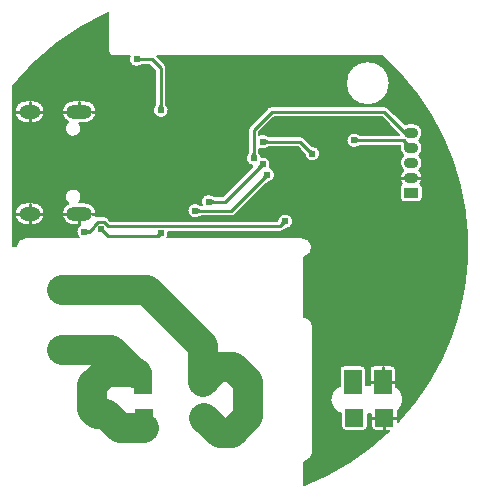
<source format=gbl>
G04 Layer: BottomLayer*
G04 EasyEDA Pro v2.2.32.3, 2024-10-30 17:40:40*
G04 Gerber Generator version 0.3*
G04 Scale: 100 percent, Rotated: No, Reflected: No*
G04 Dimensions in millimeters*
G04 Leading zeros omitted, absolute positions, 3 integers and 5 decimals*
%FSLAX35Y35*%
%MOMM*%
%ADD10C,0.2032*%
%ADD11C,0.254*%
%ADD12R,1.5X2.0*%
%ADD13C,2.0*%
%ADD14R,1.2X0.9*%
%ADD15O,1.2X0.9*%
%ADD16O,1.8X1.2*%
%ADD17O,2.2X1.2*%
%ADD18R,1.524X1.524*%
%ADD19C,0.6103*%
%ADD20C,0.61*%
%ADD21C,2.54*%
G75*


G04 Copper Start*
G36*
G01X-1685686Y4064D02*
G01X-1685686Y1357263D01*
G02X-876341Y1978820I1685686J-1357263D01*
G01X-876341Y1651000D01*
G03X-840527Y1615186I35814J0D01*
G01X-695258Y1615186D01*
G03X-674888Y1534524I60258J-27686D01*
G03X-591738Y1537241I39888J52976D01*
G01X-589537Y1538986D01*
G01X-528095Y1538986D01*
G01X-480314Y1491205D01*
G01X-480314Y1201163D01*
G01X-482059Y1198962D01*
G03X-431800Y1089386I50259J-43262D01*
G03X-381541Y1198962I0J66314D01*
G01X-383286Y1201163D01*
G01X-383286Y1511300D01*
G03X-397495Y1545605I-48514J0D01*
G01X-467077Y1615186D01*
G01X1440443Y1615186D01*
G02X2162161Y93591I-1440443J-1615186D01*
G02X1574622Y-1484677I-2162161J-93591D01*
G01X1574622Y-1393444D01*
G03X1557522Y-1182158I-80787J99796D01*
G01X1557522Y-1041248D01*
G03X1521708Y-1005434I-35814J0D01*
G01X1371708Y-1005434D01*
G03X1335894Y-1041248I0J-35814D01*
G01X1335894Y-1167835D01*
G01X1303522Y-1167835D01*
G01X1303522Y-1041248D01*
G03X1267708Y-1005434I-35814J0D01*
G01X1117708Y-1005434D01*
G03X1081894Y-1041248I0J-35814D01*
G01X1081894Y-1177069D01*
G03X1096594Y-1415161I47314J-116578D01*
G01X1096594Y-1522247D01*
G03X1132408Y-1558061I35814J0D01*
G01X1284808Y-1558061D01*
G03X1320622Y-1522247I0J35814D01*
G01X1320622Y-1419460D01*
G01X1350594Y-1419460D01*
G01X1350594Y-1522247D01*
G03X1386408Y-1558061I35814J0D01*
G01X1502047Y-1558061D01*
G02X785114Y-2016754I-1502047J1558061D01*
G01X785114Y-1819530D01*
G03X838956Y-1791229I-10414J85180D01*
G03X860514Y-1734350I-64256J56879D01*
G01X860514Y-678650D01*
G03X785114Y-593470I-85814J0D01*
G01X785114Y-89588D01*
G03X849414Y4163I-20867J83238D01*
G03X764247Y79464I-85168J-10513D01*
G01X-375373Y79464D01*
G03X-366227Y124186I-56427J34836D01*
G01X579100Y124186D01*
G03X613405Y138396I0J48514D01*
G01X624458Y149448D01*
G01X627253Y149771D01*
G03X669319Y262663I-4953J66129D01*
G03X556199Y221214I-47019J-46763D01*
G01X-857415Y221214D01*
G01X-881305Y245105D01*
G03X-915610Y259314I-34305J-34305D01*
G01X-963990Y259314D01*
G03X-980447Y256438I0J-48514D01*
G03X-1073518Y375011I-93072J22759D01*
G01X-1120729Y375011D01*
G03X-1180769Y492643I-52802J47188D01*
G03X-1215633Y365259I7239J-70444D01*
G03X-1173518Y183383I42115J-86062D01*
G01X-1114407Y183383D01*
G03X-1145423Y134187I34907J-56383D01*
G03X-1125737Y79464I65923J-7187D01*
G01X-1574153Y79464D01*
G03X-1659333Y4064I0J-85814D01*
G01X-1685686Y4064D01*
G37*
%LPC*%
G36*
G01X-1511526Y375011D02*
G01X-1571526Y375011D01*
G03X-1571526Y183383I0J-95814D01*
G01X-1511526Y183383D01*
G03X-1511526Y375011I0J95814D01*
G37*
G36*
G01X-1511526Y1239017D02*
G01X-1571526Y1239017D01*
G03X-1571526Y1047389I0J-95814D01*
G01X-1511526Y1047389D01*
G03X-1511526Y1239017I0J95814D01*
G37*
G36*
G01X-1180769Y929757D02*
G03X-1120729Y1047389I7239J70444D01*
G01X-1073518Y1047389D01*
G03X-1073518Y1239017I0J95814D01*
G01X-1173518Y1239017D01*
G03X-1215633Y1057141I0J-95814D01*
G03X-1180769Y929757I42102J-56940D01*
G37*
G36*
G01X477263Y937514D02*
G01X475062Y939259D01*
G03X404114Y949258I-43262J-50259D01*
G01X404114Y970505D01*
G01X528095Y1094486D01*
G01X1440405Y1094486D01*
G01X1584677Y950214D01*
G01X1251963Y950214D01*
G01X1249758Y951962D01*
G03X1140186Y901700I-43258J-50262D01*
G03X1249758Y851438I66314J0D01*
G01X1251963Y853186D01*
G01X1594682Y853186D01*
G03X1624106Y774692I79411J-14994D01*
G03X1624106Y647692I49986J-63500D01*
G03X1611325Y533289I49986J-63500D01*
G03X1593279Y502192I17767J-31096D01*
G01X1593279Y412192D01*
G03X1629093Y376378I35814J0D01*
G01X1749092Y376378D01*
G03X1784906Y412192I0J35814D01*
G01X1784906Y502192D01*
G03X1766859Y533289I-35814J0D01*
G03X1754079Y647692I-62767J50904D01*
G03X1754079Y774692I-49986J63500D01*
G03X1754079Y901692I-49986J63500D01*
G03X1704092Y1046006I-49986J63500D01*
G01X1674092Y1046006D01*
G03X1635768Y1036341I0J-80814D01*
G01X1494805Y1177305D01*
G03X1460500Y1191514I-34305J-34305D01*
G01X508000Y1191514D01*
G03X473695Y1177305I0J-48514D01*
G01X321295Y1024905D01*
G03X307086Y990600I34305J-34305D01*
G01X307086Y794763D01*
G01X305341Y792562D01*
G03X348102Y683411I50259J-43262D01*
G01X94205Y429514D01*
G01X20063Y429514D01*
G01X17858Y431262D01*
G03X-65290Y433975I-43258J-50262D01*
G03X-85658Y353314I39890J-52975D01*
G01X-94237Y353314D01*
G01X-96438Y355059D01*
G03X-206014Y304800I-43262J-50259D01*
G03X-96438Y254541I66314J0D01*
G01X-94237Y256286D01*
G01X165100Y256286D01*
G03X199405Y270495I0J48514D01*
G01X472058Y543148D01*
G01X474848Y543471D01*
G03X535593Y600544I-4948J66129D01*
G03X492556Y671924I-65693J9056D01*
G03X483930Y739489I-60756J26576D01*
G03X420307Y763811I-52130J-40989D01*
G03X405859Y792562I-64707J-14511D01*
G01X404114Y794763D01*
G01X404114Y828742D01*
G03X475062Y838741I27686J60258D01*
G01X477263Y840486D01*
G01X729205Y840486D01*
G01X784448Y785242D01*
G01X784771Y782447D01*
G03X897791Y740509I66129J4953D01*
G03X855853Y853529I-46891J46891D01*
G01X853058Y853852D01*
G01X783605Y923305D01*
G03X749300Y937514I-34305J-34305D01*
G01X477263Y937514D01*
G37*
G36*
G01X1506614Y1384300D02*
G03X1134986Y1384300I-185814J0D01*
G03X1506614Y1384300I185814J0D01*
G37*
%LPD*%
G54D10*
G01X-1685686Y4064D02*
G01X-1685686Y1357263D01*
G02X-876341Y1978820I1685686J-1357263D01*
G01X-876341Y1651000D01*
G03X-840527Y1615186I35814J0D01*
G01X-695258Y1615186D01*
G03X-674888Y1534524I60258J-27686D01*
G03X-591738Y1537241I39888J52976D01*
G01X-589537Y1538986D01*
G01X-528095Y1538986D01*
G01X-480314Y1491205D01*
G01X-480314Y1201163D01*
G01X-482059Y1198962D01*
G03X-431800Y1089386I50259J-43262D01*
G03X-381541Y1198962I0J66314D01*
G01X-383286Y1201163D01*
G01X-383286Y1511300D01*
G03X-397495Y1545605I-48514J0D01*
G01X-467077Y1615186D01*
G01X1440443Y1615186D01*
G02X2162161Y93591I-1440443J-1615186D01*
G02X1574622Y-1484677I-2162161J-93591D01*
G01X1574622Y-1393444D01*
G03X1557522Y-1182158I-80787J99796D01*
G01X1557522Y-1041248D01*
G03X1521708Y-1005434I-35814J0D01*
G01X1371708Y-1005434D01*
G03X1335894Y-1041248I0J-35814D01*
G01X1335894Y-1167835D01*
G01X1303522Y-1167835D01*
G01X1303522Y-1041248D01*
G03X1267708Y-1005434I-35814J0D01*
G01X1117708Y-1005434D01*
G03X1081894Y-1041248I0J-35814D01*
G01X1081894Y-1177069D01*
G03X1096594Y-1415161I47314J-116578D01*
G01X1096594Y-1522247D01*
G03X1132408Y-1558061I35814J0D01*
G01X1284808Y-1558061D01*
G03X1320622Y-1522247I0J35814D01*
G01X1320622Y-1419460D01*
G01X1350594Y-1419460D01*
G01X1350594Y-1522247D01*
G03X1386408Y-1558061I35814J0D01*
G01X1502047Y-1558061D01*
G02X785114Y-2016754I-1502047J1558061D01*
G01X785114Y-1819530D01*
G03X838956Y-1791229I-10414J85180D01*
G03X860514Y-1734350I-64256J56879D01*
G01X860514Y-678650D01*
G03X785114Y-593470I-85814J0D01*
G01X785114Y-89588D01*
G03X849414Y4163I-20867J83238D01*
G03X764247Y79464I-85168J-10513D01*
G01X-375373Y79464D01*
G03X-366227Y124186I-56427J34836D01*
G01X579100Y124186D01*
G03X613405Y138396I0J48514D01*
G01X624458Y149448D01*
G01X627253Y149771D01*
G03X669319Y262663I-4953J66129D01*
G03X556199Y221214I-47019J-46763D01*
G01X-857415Y221214D01*
G01X-881305Y245105D01*
G03X-915610Y259314I-34305J-34305D01*
G01X-963990Y259314D01*
G03X-980447Y256438I0J-48514D01*
G03X-1073518Y375011I-93072J22759D01*
G01X-1120729Y375011D01*
G03X-1180769Y492643I-52802J47188D01*
G03X-1215633Y365259I7239J-70444D01*
G03X-1173518Y183383I42115J-86062D01*
G01X-1114407Y183383D01*
G03X-1145423Y134187I34907J-56383D01*
G03X-1125737Y79464I65923J-7187D01*
G01X-1574153Y79464D01*
G03X-1659333Y4064I0J-85814D01*
G01X-1685686Y4064D01*
G01X-1511526Y375011D02*
G01X-1571526Y375011D01*
G03X-1571526Y183383I0J-95814D01*
G01X-1511526Y183383D01*
G03X-1511526Y375011I0J95814D01*
G01X-1511526Y1239017D02*
G01X-1571526Y1239017D01*
G03X-1571526Y1047389I0J-95814D01*
G01X-1511526Y1047389D01*
G03X-1511526Y1239017I0J95814D01*
G01X-1180769Y929757D02*
G03X-1120729Y1047389I7239J70444D01*
G01X-1073518Y1047389D01*
G03X-1073518Y1239017I0J95814D01*
G01X-1173518Y1239017D01*
G03X-1215633Y1057141I0J-95814D01*
G03X-1180769Y929757I42102J-56940D01*
G01X477263Y937514D02*
G01X475062Y939259D01*
G03X404114Y949258I-43262J-50259D01*
G01X404114Y970505D01*
G01X528095Y1094486D01*
G01X1440405Y1094486D01*
G01X1584677Y950214D01*
G01X1251963Y950214D01*
G01X1249758Y951962D01*
G03X1140186Y901700I-43258J-50262D01*
G03X1249758Y851438I66314J0D01*
G01X1251963Y853186D01*
G01X1594682Y853186D01*
G03X1624106Y774692I79411J-14994D01*
G03X1624106Y647692I49986J-63500D01*
G03X1611325Y533289I49986J-63500D01*
G03X1593279Y502192I17767J-31096D01*
G01X1593279Y412192D01*
G03X1629093Y376378I35814J0D01*
G01X1749092Y376378D01*
G03X1784906Y412192I0J35814D01*
G01X1784906Y502192D01*
G03X1766859Y533289I-35814J0D01*
G03X1754079Y647692I-62767J50904D01*
G03X1754079Y774692I-49986J63500D01*
G03X1754079Y901692I-49986J63500D01*
G03X1704092Y1046006I-49986J63500D01*
G01X1674092Y1046006D01*
G03X1635768Y1036341I0J-80814D01*
G01X1494805Y1177305D01*
G03X1460500Y1191514I-34305J-34305D01*
G01X508000Y1191514D01*
G03X473695Y1177305I0J-48514D01*
G01X321295Y1024905D01*
G03X307086Y990600I34305J-34305D01*
G01X307086Y794763D01*
G01X305341Y792562D01*
G03X348102Y683411I50259J-43262D01*
G01X94205Y429514D01*
G01X20063Y429514D01*
G01X17858Y431262D01*
G03X-65290Y433975I-43258J-50262D01*
G03X-85658Y353314I39890J-52975D01*
G01X-94237Y353314D01*
G01X-96438Y355059D01*
G03X-206014Y304800I-43262J-50259D01*
G03X-96438Y254541I66314J0D01*
G01X-94237Y256286D01*
G01X165100Y256286D01*
G03X199405Y270495I0J48514D01*
G01X472058Y543148D01*
G01X474848Y543471D01*
G03X535593Y600544I-4948J66129D01*
G03X492556Y671924I-65693J9056D01*
G03X483930Y739489I-60756J26576D01*
G03X420307Y763811I-52130J-40989D01*
G03X405859Y792562I-64707J-14511D01*
G01X404114Y794763D01*
G01X404114Y828742D01*
G03X475062Y838741I27686J60258D01*
G01X477263Y840486D01*
G01X729205Y840486D01*
G01X784448Y785242D01*
G01X784771Y782447D01*
G03X897791Y740509I66129J4953D01*
G03X855853Y853529I-46891J46891D01*
G01X853058Y853852D01*
G01X783605Y923305D01*
G03X749300Y937514I-34305J-34305D01*
G01X477263Y937514D01*
G01X1506614Y1384300D02*
G03X1134986Y1384300I-185814J0D01*
G03X1506614Y1384300I185814J0D01*
G54D11*
G01X-1541526Y1202949D02*
G01X-1541526Y1228857D01*
G01X-1541526Y1083457D02*
G01X-1541526Y1057549D01*
G01X-1451780Y1143203D02*
G01X-1425872Y1143203D01*
G01X-1631272Y1143203D02*
G01X-1657180Y1143203D01*
G01X-1541526Y338943D02*
G01X-1541526Y364851D01*
G01X-1541526Y219451D02*
G01X-1541526Y193543D01*
G01X-1451780Y279197D02*
G01X-1425872Y279197D01*
G01X-1631272Y279197D02*
G01X-1657180Y279197D01*
G01X-1123518Y219451D02*
G01X-1123518Y193543D01*
G01X-1013772Y279197D02*
G01X-987864Y279197D01*
G01X-1233264Y279197D02*
G01X-1259172Y279197D01*
G01X-1123518Y1202949D02*
G01X-1123518Y1228857D01*
G01X-1013772Y1143203D02*
G01X-987864Y1143203D01*
G01X-1233264Y1143203D02*
G01X-1259172Y1143203D01*
G01X1521454Y-1141247D02*
G01X1547362Y-1141247D01*
G01X1371962Y-1141247D02*
G01X1346054Y-1141247D01*
G01X1446708Y-1041502D02*
G01X1446708Y-1015594D01*
G01X1538554Y-1446047D02*
G01X1564462Y-1446047D01*
G01X1386662Y-1446047D02*
G01X1360754Y-1446047D01*
G01X1462608Y-1521993D02*
G01X1462608Y-1547901D01*
G01X1629347Y584192D02*
G01X1603439Y584192D01*
G01X1748838Y584192D02*
G01X1774746Y584192D01*
G04 Copper End*

G04 TearDrop Start*
G36*
G01X1618466Y890858D02*
G01X1641132Y904113D01*
G01X1648615Y896431D01*
G01X1652257Y892897D01*
G01X1655987Y889730D01*
G01X1659921Y887054D01*
G01X1664172Y884990D01*
G01X1668858Y883662D01*
G01X1674092Y883192D01*
G01X1630384Y848895D01*
G01X1631098Y853848D01*
G01X1631040Y859364D01*
G01X1630281Y865203D01*
G01X1628892Y871126D01*
G01X1626944Y876892D01*
G01X1624510Y882263D01*
G01X1621660Y886998D01*
G01X1618466Y890858D01*
G37*
G36*
G01X-593317Y1600200D02*
G01X-593317Y1574800D01*
G01X-596164Y1574575D01*
G01X-599038Y1573938D01*
G01X-604710Y1571665D01*
G01X-610023Y1568451D01*
G01X-614667Y1564766D01*
G01X-614667Y1610234D01*
G01X-610023Y1606549D01*
G01X-604710Y1603335D01*
G01X-599038Y1601062D01*
G01X-596164Y1600425D01*
G01X-593317Y1600200D01*
G37*
G36*
G01X-444500Y1197383D02*
G01X-419100Y1197383D01*
G01X-418875Y1194536D01*
G01X-418238Y1191662D01*
G01X-415965Y1185990D01*
G01X-412751Y1180677D01*
G01X-409066Y1176033D01*
G01X-454534Y1176033D01*
G01X-450849Y1180677D01*
G01X-447635Y1185990D01*
G01X-445362Y1191662D01*
G01X-444725Y1194536D01*
G01X-444500Y1197383D01*
G37*
G36*
G01X-448220Y79920D02*
G01X-466180Y97880D01*
G01X-464501Y99878D01*
G01X-463381Y101899D01*
G01X-462710Y103970D01*
G01X-462378Y106117D01*
G01X-462253Y115997D01*
G01X-430103Y83847D01*
G01X-439983Y83722D01*
G01X-442130Y83390D01*
G01X-444201Y82719D01*
G01X-446222Y81599D01*
G01X-448220Y79920D01*
G37*
G36*
G01X1248183Y914400D02*
G01X1248183Y889000D01*
G01X1245336Y888775D01*
G01X1242462Y888138D01*
G01X1236790Y885865D01*
G01X1231477Y882651D01*
G01X1226833Y878966D01*
G01X1226833Y924434D01*
G01X1231477Y920749D01*
G01X1236790Y917535D01*
G01X1242462Y915262D01*
G01X1245336Y914625D01*
G01X1248183Y914400D01*
G37*
G36*
G01X342900Y790983D02*
G01X368300Y790983D01*
G01X368525Y788136D01*
G01X369162Y785262D01*
G01X371435Y779590D01*
G01X374649Y774277D01*
G01X378334Y769633D01*
G01X332866Y769633D01*
G01X336551Y774277D01*
G01X339765Y779590D01*
G01X342038Y785262D01*
G01X342675Y788136D01*
G01X342900Y790983D01*
G37*
G36*
G01X473483Y901700D02*
G01X473483Y876300D01*
G01X470636Y876075D01*
G01X467762Y875438D01*
G01X462090Y873165D01*
G01X456777Y869951D01*
G01X452133Y866266D01*
G01X452133Y911734D01*
G01X456777Y908049D01*
G01X462090Y904835D01*
G01X467762Y902562D01*
G01X470636Y901925D01*
G01X473483Y901700D01*
G37*
G36*
G01X812445Y807894D02*
G01X830406Y825855D01*
G01X832579Y824000D01*
G01X835061Y822419D01*
G01X840679Y820015D01*
G01X846708Y818532D01*
G01X852597Y817853D01*
G01X820447Y785703D01*
G01X819768Y791592D01*
G01X818285Y797621D01*
G01X815881Y803239D01*
G01X814300Y805721D01*
G01X812445Y807894D01*
G37*
G36*
G01X-1041400Y139700D02*
G01X-1041400Y114300D01*
G01X-1044094Y114075D01*
G01X-1046562Y113438D01*
G01X-1051002Y111165D01*
G01X-1055082Y107951D01*
G01X-1059167Y104266D01*
G01X-1059167Y149734D01*
G01X-1055082Y146049D01*
G01X-1051002Y142835D01*
G01X-1046562Y140562D01*
G01X-1044094Y139925D01*
G01X-1041400Y139700D01*
G37*
G36*
G01X601806Y177445D02*
G01X583845Y195406D01*
G01X585700Y197579D01*
G01X587281Y200061D01*
G01X589685Y205679D01*
G01X591168Y211708D01*
G01X591847Y217597D01*
G01X623997Y185447D01*
G01X618108Y184768D01*
G01X612079Y183285D01*
G01X606461Y180881D01*
G01X603979Y179300D01*
G01X601806Y177445D01*
G37*
G36*
G01X-98017Y317500D02*
G01X-98017Y292100D01*
G01X-100864Y291875D01*
G01X-103738Y291238D01*
G01X-109410Y288965D01*
G01X-114723Y285751D01*
G01X-119367Y282066D01*
G01X-119367Y327534D01*
G01X-114723Y323849D01*
G01X-109410Y320635D01*
G01X-103738Y318362D01*
G01X-100864Y317725D01*
G01X-98017Y317500D01*
G37*
G36*
G01X449406Y571145D02*
G01X431445Y589106D01*
G01X433300Y591279D01*
G01X434881Y593761D01*
G01X437285Y599379D01*
G01X438768Y605408D01*
G01X439447Y611297D01*
G01X471597Y579147D01*
G01X465708Y578468D01*
G01X459679Y576985D01*
G01X454061Y574581D01*
G01X451579Y573000D01*
G01X449406Y571145D01*
G37*
G36*
G01X16283Y393700D02*
G01X16283Y368300D01*
G01X13436Y368075D01*
G01X10562Y367438D01*
G01X4890Y365165D01*
G01X-423Y361951D01*
G01X-5067Y358266D01*
G01X-5067Y403734D01*
G01X-423Y400049D01*
G01X4890Y396835D01*
G01X10562Y394562D01*
G01X13436Y393925D01*
G01X16283Y393700D01*
G37*
G36*
G01X411306Y660045D02*
G01X393345Y678006D01*
G01X395200Y680179D01*
G01X396781Y682661D01*
G01X399185Y688279D01*
G01X400668Y694308D01*
G01X401347Y700197D01*
G01X433497Y668047D01*
G01X427608Y667368D01*
G01X421579Y665885D01*
G01X415961Y663481D01*
G01X413479Y661900D01*
G01X411306Y660045D01*
G37*
G04 TearDrop End*

G04 Pad Start*
G54D12*
G01X1446708Y-1141247D03*
G01X1192708Y-1141247D03*
G01X-77292Y-1141247D03*
G01X-585292Y-1141247D03*
G54D13*
G01X-1270000Y-368300D03*
G01X-1270000Y-876300D03*
G54D14*
G01X1689092Y457192D03*
G54D15*
G01X1689092Y584192D03*
G01X1689092Y711192D03*
G01X1689092Y838192D03*
G01X1689092Y965192D03*
G54D16*
G01X-1541526Y279197D03*
G01X-1541526Y1143203D03*
G54D17*
G01X-1123518Y279197D03*
G01X-1123518Y1143203D03*
G54D18*
G01X-569392Y-1446047D03*
G01X-61392Y-1446047D03*
G01X1208608Y-1446047D03*
G01X1462608Y-1446047D03*
G04 Pad End*

G04 Via Start*
G54D20*
G01X-635000Y1587500D03*
G01X-431800Y1155700D03*
G01X-876300Y393700D03*
G01X-939800Y152400D03*
G01X-431800Y114300D03*
G01X1206500Y901700D03*
G01X355600Y749300D03*
G01X431800Y889000D03*
G01X850900Y787400D03*
G01X-1079500Y127000D03*
G01X622300Y215900D03*
G01X-139700Y304800D03*
G01X469900Y609600D03*
G01X-25400Y381000D03*
G01X431800Y698500D03*
G01X-1536700Y1409700D03*
G01X-1462659Y1409700D03*
G01X-1388618Y1409700D03*
G01X-1534541Y1333500D03*
G01X-1460500Y1333500D03*
G01X-1386459Y1333500D03*
G01X-1561020Y812800D03*
G01X-1412938Y812800D03*
G01X-1486979Y812800D03*
G01X-1558862Y736600D03*
G01X-1484820Y736600D03*
G01X-1410779Y736600D03*
G01X1372680Y-520700D03*
G01X1520762Y-520700D03*
G01X1446721Y-520700D03*
G01X1374838Y-596900D03*
G01X1448880Y-596900D03*
G01X1522921Y-596900D03*
G01X788480Y1295400D03*
G01X936562Y1295400D03*
G01X862521Y1295400D03*
G01X790638Y1219200D03*
G01X864680Y1219200D03*
G01X938721Y1219200D03*
G01X-444500Y788480D03*
G01X-444500Y862521D03*
G01X-444500Y936562D03*
G01X-368300Y938721D03*
G01X-368300Y864680D03*
G01X-368300Y790638D03*
G01X1057877Y739021D03*
G01X1131918Y739021D03*
G01X1205959Y739021D03*
G01X1208118Y662821D03*
G01X1134077Y662821D03*
G01X1060036Y662821D03*
G01X1067880Y266700D03*
G01X1141921Y266700D03*
G01X1215962Y266700D03*
G01X1218121Y190500D03*
G01X1144080Y190500D03*
G01X1070038Y190500D03*
G01X-279400Y266700D03*
G01X-508000Y241300D03*
G01X-63500Y584200D03*
G01X-63500Y914400D03*
G01X-139700Y912241D03*
G01X-139700Y838200D03*
G01X-63500Y840359D03*
G04 Via End*

G04 Track Start*
G54D11*
G01X-431800Y1511300D02*
G01X-431800Y1155700D01*
G01X-635000Y1587500D02*
G01X-508000Y1587500D01*
G01X-431800Y1511300D01*
G01X-939800Y152400D02*
G01X-876300Y88900D01*
G01X-457200Y88900D01*
G01X-431800Y114300D01*
G01X1206500Y901700D02*
G01X1625585Y901700D01*
G01X1689092Y838192D01*
G01X355600Y749300D02*
G01X355600Y990600D01*
G01X508000Y1143000D02*
G01X1460500Y1143000D01*
G01X1638308Y965192D01*
G01X1689092Y965192D01*
G01X355600Y990600D02*
G01X508000Y1143000D01*
G01X431800Y889000D02*
G01X749300Y889000D01*
G01X850900Y787400D01*
G01X-139700Y304800D02*
G01X165100Y304800D01*
G01X469900Y609600D01*
G01X-25400Y381000D02*
G01X114300Y381000D01*
G01X431800Y698500D01*
G01X-1079500Y127000D02*
G01X-1041400Y127000D01*
G01X-998200Y170200D01*
G01X-998200Y176590D01*
G01X-963990Y210800D01*
G01X-915610Y210800D01*
G01X-877510Y172700D01*
G01X579100Y172700D01*
G01X622300Y215900D01*
G54D21*
G01X-77292Y-1141247D02*
G01X47955Y-1016000D01*
G01X311150Y-1149350D02*
G01X311150Y-1435100D01*
G01X171450Y-1574800D01*
G01X67361Y-1574800D02*
G01X-61392Y-1446047D01*
G01X47955Y-1016000D02*
G01X177800Y-1016000D01*
G01X311150Y-1149350D01*
G01X171450Y-1574800D02*
G01X67361Y-1574800D01*
G01X-850240Y-876300D02*
G01X-1270000Y-876300D01*
G01X-77292Y-1141247D02*
G01X-77292Y-837108D01*
G01X-546100Y-368300D02*
G01X-1270000Y-368300D01*
G01X-77292Y-837108D02*
G01X-546100Y-368300D01*
G01X-973303Y-1414297D02*
G01X-1009650Y-1377950D01*
G01X-1009650Y-1174750D01*
G01X-895350Y-1060450D01*
G01X-648037Y-1060450D02*
G01X-634340Y-1074147D01*
G01X-569392Y-1538547D02*
G01X-773119Y-1538547D01*
G01X-895350Y-1060450D02*
G01X-666090Y-1060450D01*
G01X-648037Y-1060450D01*
G01X-666090Y-1060450D02*
G01X-850240Y-876300D01*
G01X-773119Y-1538547D02*
G01X-897369Y-1414297D01*
G01X-973303Y-1414297D01*
G04 Track End*

M02*


</source>
